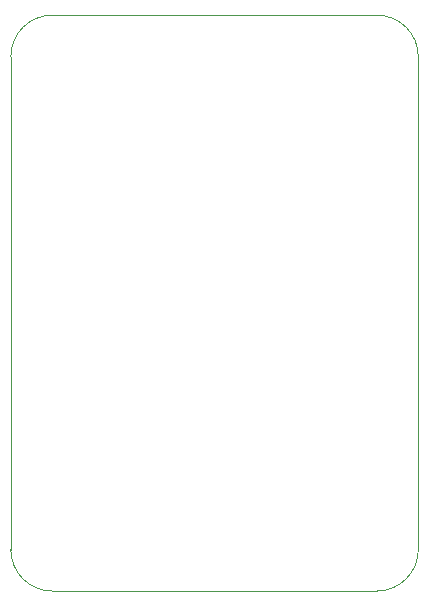
<source format=gbr>
%TF.GenerationSoftware,KiCad,Pcbnew,(6.0.4)*%
%TF.CreationDate,2023-05-23T22:41:31+03:00*%
%TF.ProjectId,metronome,6d657472-6f6e-46f6-9d65-2e6b69636164,rev?*%
%TF.SameCoordinates,Original*%
%TF.FileFunction,Profile,NP*%
%FSLAX46Y46*%
G04 Gerber Fmt 4.6, Leading zero omitted, Abs format (unit mm)*
G04 Created by KiCad (PCBNEW (6.0.4)) date 2023-05-23 22:41:31*
%MOMM*%
%LPD*%
G01*
G04 APERTURE LIST*
%TA.AperFunction,Profile*%
%ADD10C,0.100000*%
%TD*%
G04 APERTURE END LIST*
D10*
X147000000Y-110000000D02*
X147000000Y-68250000D01*
X112500000Y-68250000D02*
X112500000Y-110000000D01*
X116000000Y-64750000D02*
G75*
G03*
X112500000Y-68250000I0J-3500000D01*
G01*
X116000000Y-113500000D02*
X143500000Y-113500000D01*
X143500000Y-64750000D02*
X116000000Y-64750000D01*
X147000000Y-68250000D02*
G75*
G03*
X143500000Y-64750000I-3500000J0D01*
G01*
X143500000Y-113500000D02*
G75*
G03*
X147000000Y-110000000I0J3500000D01*
G01*
X112500000Y-110000000D02*
G75*
G03*
X116000000Y-113500000I3500000J0D01*
G01*
M02*

</source>
